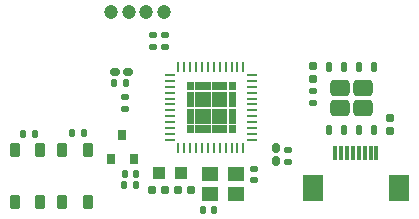
<source format=gbr>
%TF.GenerationSoftware,KiCad,Pcbnew,(7.0.0)*%
%TF.CreationDate,2023-04-19T19:20:55+08:00*%
%TF.ProjectId,Commander,436f6d6d-616e-4646-9572-2e6b69636164,rev?*%
%TF.SameCoordinates,Original*%
%TF.FileFunction,Paste,Top*%
%TF.FilePolarity,Positive*%
%FSLAX46Y46*%
G04 Gerber Fmt 4.6, Leading zero omitted, Abs format (unit mm)*
G04 Created by KiCad (PCBNEW (7.0.0)) date 2023-04-19 19:20:55*
%MOMM*%
%LPD*%
G01*
G04 APERTURE LIST*
G04 Aperture macros list*
%AMRoundRect*
0 Rectangle with rounded corners*
0 $1 Rounding radius*
0 $2 $3 $4 $5 $6 $7 $8 $9 X,Y pos of 4 corners*
0 Add a 4 corners polygon primitive as box body*
4,1,4,$2,$3,$4,$5,$6,$7,$8,$9,$2,$3,0*
0 Add four circle primitives for the rounded corners*
1,1,$1+$1,$2,$3*
1,1,$1+$1,$4,$5*
1,1,$1+$1,$6,$7*
1,1,$1+$1,$8,$9*
0 Add four rect primitives between the rounded corners*
20,1,$1+$1,$2,$3,$4,$5,0*
20,1,$1+$1,$4,$5,$6,$7,0*
20,1,$1+$1,$6,$7,$8,$9,0*
20,1,$1+$1,$8,$9,$2,$3,0*%
G04 Aperture macros list end*
%ADD10C,0.100000*%
%ADD11RoundRect,0.212500X0.212500X-0.387500X0.212500X0.387500X-0.212500X0.387500X-0.212500X-0.387500X0*%
%ADD12RoundRect,0.147500X-0.147500X-0.172500X0.147500X-0.172500X0.147500X0.172500X-0.147500X0.172500X0*%
%ADD13RoundRect,0.135000X-0.185000X0.135000X-0.185000X-0.135000X0.185000X-0.135000X0.185000X0.135000X0*%
%ADD14RoundRect,0.135000X0.185000X-0.135000X0.185000X0.135000X-0.185000X0.135000X-0.185000X-0.135000X0*%
%ADD15R,1.400000X1.200000*%
%ADD16RoundRect,0.135000X-0.135000X-0.185000X0.135000X-0.185000X0.135000X0.185000X-0.135000X0.185000X0*%
%ADD17R,0.800000X0.900000*%
%ADD18RoundRect,0.140000X-0.170000X0.140000X-0.170000X-0.140000X0.170000X-0.140000X0.170000X0.140000X0*%
%ADD19RoundRect,0.140000X0.170000X-0.140000X0.170000X0.140000X-0.170000X0.140000X-0.170000X-0.140000X0*%
%ADD20RoundRect,0.160000X0.222500X0.160000X-0.222500X0.160000X-0.222500X-0.160000X0.222500X-0.160000X0*%
%ADD21RoundRect,0.155000X-0.212500X-0.155000X0.212500X-0.155000X0.212500X0.155000X-0.212500X0.155000X0*%
%ADD22R,1.800000X2.200000*%
%ADD23R,0.300000X1.300000*%
%ADD24C,1.200000*%
%ADD25RoundRect,0.250000X0.555000X-0.435000X0.555000X0.435000X-0.555000X0.435000X-0.555000X-0.435000X0*%
%ADD26RoundRect,0.125000X0.125000X-0.262500X0.125000X0.262500X-0.125000X0.262500X-0.125000X-0.262500X0*%
%ADD27R,1.050000X1.100000*%
%ADD28R,0.254800X0.807999*%
%ADD29R,0.807999X0.254800*%
%ADD30RoundRect,0.155000X0.155000X-0.212500X0.155000X0.212500X-0.155000X0.212500X-0.155000X-0.212500X0*%
%ADD31RoundRect,0.155000X-0.155000X0.212500X-0.155000X-0.212500X0.155000X-0.212500X0.155000X0.212500X0*%
%ADD32RoundRect,0.140000X0.140000X0.170000X-0.140000X0.170000X-0.140000X-0.170000X0.140000X-0.170000X0*%
%ADD33RoundRect,0.155000X0.212500X0.155000X-0.212500X0.155000X-0.212500X-0.155000X0.212500X-0.155000X0*%
%ADD34RoundRect,0.140000X-0.140000X-0.170000X0.140000X-0.170000X0.140000X0.170000X-0.140000X0.170000X0*%
%ADD35RoundRect,0.160000X-0.160000X0.222500X-0.160000X-0.222500X0.160000X-0.222500X0.160000X0.222500X0*%
G04 APERTURE END LIST*
%TO.C,U1*%
G36*
X137777600Y-73396800D02*
G01*
X137255200Y-73396800D01*
X137255200Y-72874400D01*
X137777600Y-72874400D01*
X137777600Y-73396800D01*
G37*
D10*
X137777600Y-73396800D02*
X137255200Y-73396800D01*
X137255200Y-72874400D01*
X137777600Y-72874400D01*
X137777600Y-73396800D01*
G36*
X139200000Y-73396800D02*
G01*
X137977600Y-73396800D01*
X137977600Y-72874400D01*
X139200000Y-72874400D01*
X139200000Y-73396800D01*
G37*
X139200000Y-73396800D02*
X137977600Y-73396800D01*
X137977600Y-72874400D01*
X139200000Y-72874400D01*
X139200000Y-73396800D01*
G36*
X140622400Y-73396800D02*
G01*
X139400000Y-73396800D01*
X139400000Y-72874400D01*
X140622400Y-72874400D01*
X140622400Y-73396800D01*
G37*
X140622400Y-73396800D02*
X139400000Y-73396800D01*
X139400000Y-72874400D01*
X140622400Y-72874400D01*
X140622400Y-73396800D01*
G36*
X141344800Y-73396800D02*
G01*
X140822400Y-73396800D01*
X140822400Y-72874400D01*
X141344800Y-72874400D01*
X141344800Y-73396800D01*
G37*
X141344800Y-73396800D02*
X140822400Y-73396800D01*
X140822400Y-72874400D01*
X141344800Y-72874400D01*
X141344800Y-73396800D01*
G36*
X137777600Y-72674400D02*
G01*
X137255200Y-72674400D01*
X137255200Y-71452000D01*
X137777600Y-71452000D01*
X137777600Y-72674400D01*
G37*
X137777600Y-72674400D02*
X137255200Y-72674400D01*
X137255200Y-71452000D01*
X137777600Y-71452000D01*
X137777600Y-72674400D01*
G36*
X139200000Y-72674400D02*
G01*
X137977600Y-72674400D01*
X137977600Y-71452000D01*
X139200000Y-71452000D01*
X139200000Y-72674400D01*
G37*
X139200000Y-72674400D02*
X137977600Y-72674400D01*
X137977600Y-71452000D01*
X139200000Y-71452000D01*
X139200000Y-72674400D01*
G36*
X140622400Y-72674400D02*
G01*
X139400000Y-72674400D01*
X139400000Y-71452000D01*
X140622400Y-71452000D01*
X140622400Y-72674400D01*
G37*
X140622400Y-72674400D02*
X139400000Y-72674400D01*
X139400000Y-71452000D01*
X140622400Y-71452000D01*
X140622400Y-72674400D01*
G36*
X141344800Y-72674400D02*
G01*
X140822400Y-72674400D01*
X140822400Y-71452000D01*
X141344800Y-71452000D01*
X141344800Y-72674400D01*
G37*
X141344800Y-72674400D02*
X140822400Y-72674400D01*
X140822400Y-71452000D01*
X141344800Y-71452000D01*
X141344800Y-72674400D01*
G36*
X137777600Y-71252000D02*
G01*
X137255200Y-71252000D01*
X137255200Y-70029600D01*
X137777600Y-70029600D01*
X137777600Y-71252000D01*
G37*
X137777600Y-71252000D02*
X137255200Y-71252000D01*
X137255200Y-70029600D01*
X137777600Y-70029600D01*
X137777600Y-71252000D01*
G36*
X139200000Y-71252000D02*
G01*
X137977600Y-71252000D01*
X137977600Y-70029600D01*
X139200000Y-70029600D01*
X139200000Y-71252000D01*
G37*
X139200000Y-71252000D02*
X137977600Y-71252000D01*
X137977600Y-70029600D01*
X139200000Y-70029600D01*
X139200000Y-71252000D01*
G36*
X140622400Y-71252000D02*
G01*
X139400000Y-71252000D01*
X139400000Y-70029600D01*
X140622400Y-70029600D01*
X140622400Y-71252000D01*
G37*
X140622400Y-71252000D02*
X139400000Y-71252000D01*
X139400000Y-70029600D01*
X140622400Y-70029600D01*
X140622400Y-71252000D01*
G36*
X141344800Y-71252000D02*
G01*
X140822400Y-71252000D01*
X140822400Y-70029600D01*
X141344800Y-70029600D01*
X141344800Y-71252000D01*
G37*
X141344800Y-71252000D02*
X140822400Y-71252000D01*
X140822400Y-70029600D01*
X141344800Y-70029600D01*
X141344800Y-71252000D01*
G36*
X137777600Y-69829600D02*
G01*
X137255200Y-69829600D01*
X137255200Y-69207200D01*
X137777600Y-69207200D01*
X137777600Y-69829600D01*
G37*
X137777600Y-69829600D02*
X137255200Y-69829600D01*
X137255200Y-69207200D01*
X137777600Y-69207200D01*
X137777600Y-69829600D01*
G36*
X139200000Y-69829600D02*
G01*
X137977600Y-69829600D01*
X137977600Y-69207200D01*
X139200000Y-69207200D01*
X139200000Y-69829600D01*
G37*
X139200000Y-69829600D02*
X137977600Y-69829600D01*
X137977600Y-69207200D01*
X139200000Y-69207200D01*
X139200000Y-69829600D01*
G36*
X140622400Y-69829600D02*
G01*
X139400000Y-69829600D01*
X139400000Y-69207200D01*
X140622400Y-69207200D01*
X140622400Y-69829600D01*
G37*
X140622400Y-69829600D02*
X139400000Y-69829600D01*
X139400000Y-69207200D01*
X140622400Y-69207200D01*
X140622400Y-69829600D01*
G36*
X141344800Y-69829600D02*
G01*
X140822400Y-69829600D01*
X140822400Y-69207200D01*
X141344800Y-69207200D01*
X141344800Y-69829600D01*
G37*
X141344800Y-69829600D02*
X140822400Y-69829600D01*
X140822400Y-69207200D01*
X141344800Y-69207200D01*
X141344800Y-69829600D01*
%TD*%
D11*
%TO.C,SW2*%
X126720000Y-79340000D03*
X126720000Y-74940000D03*
X128870000Y-74940000D03*
X128870000Y-79340000D03*
%TD*%
D12*
%TO.C,D3*%
X127575000Y-73520000D03*
X128545000Y-73520000D03*
%TD*%
D13*
%TO.C,R10*%
X145825000Y-74990000D03*
X145825000Y-76010000D03*
%TD*%
D14*
%TO.C,R5*%
X134400000Y-66200000D03*
X134400000Y-65180000D03*
%TD*%
D15*
%TO.C,Y1*%
X141409999Y-76969999D03*
X139209999Y-76969999D03*
X139209999Y-78669999D03*
X141409999Y-78669999D03*
%TD*%
D16*
%TO.C,R13*%
X131080000Y-69310001D03*
X132100000Y-69310001D03*
%TD*%
D17*
%TO.C,D1*%
X130869999Y-75709999D03*
X132769999Y-75709999D03*
X131819999Y-73709999D03*
%TD*%
D18*
%TO.C,C13*%
X142960000Y-76570000D03*
X142960000Y-77530000D03*
%TD*%
D19*
%TO.C,C8*%
X147925000Y-70935000D03*
X147925000Y-69975000D03*
%TD*%
D20*
%TO.C,D7*%
X132302500Y-68310000D03*
X131157500Y-68310000D03*
%TD*%
D16*
%TO.C,R2*%
X131935000Y-77940000D03*
X132955000Y-77940000D03*
%TD*%
D12*
%TO.C,D2*%
X123412500Y-73560000D03*
X124382500Y-73560000D03*
%TD*%
D21*
%TO.C,C15*%
X136510000Y-78345000D03*
X137645000Y-78345000D03*
%TD*%
D22*
%TO.C,J3*%
X147919999Y-78189999D03*
X155219999Y-78189999D03*
D23*
X149819999Y-75239999D03*
X150319999Y-75239999D03*
X150819999Y-75239999D03*
X151319999Y-75239999D03*
X151819999Y-75239999D03*
X152319999Y-75239999D03*
X152819999Y-75239999D03*
X153319999Y-75239999D03*
%TD*%
D24*
%TO.C,J1*%
X130840000Y-63280000D03*
X132340000Y-63280000D03*
X133840000Y-63280000D03*
X135340000Y-63280000D03*
%TD*%
D25*
%TO.C,U3*%
X150200000Y-71425000D03*
X152200000Y-71425000D03*
X150200000Y-69725000D03*
X152200000Y-69725000D03*
D26*
X149295000Y-73237500D03*
X150565000Y-73237500D03*
X151835000Y-73237500D03*
X153105000Y-73237500D03*
X153105000Y-67912500D03*
X151835000Y-67912500D03*
X150565000Y-67912500D03*
X149295000Y-67912500D03*
%TD*%
D27*
%TO.C,Y2*%
X136759999Y-76919999D03*
X134909999Y-76919999D03*
%TD*%
D13*
%TO.C,R3*%
X131990000Y-70460000D03*
X131990000Y-71480000D03*
%TD*%
D28*
%TO.C,U1*%
X136549999Y-74803999D03*
X137049998Y-74803999D03*
X137550000Y-74803999D03*
X138049999Y-74803999D03*
X138549998Y-74803999D03*
X139049999Y-74803999D03*
X139549999Y-74803999D03*
X140050000Y-74803999D03*
X140549999Y-74803999D03*
X141049998Y-74803999D03*
X141550000Y-74803999D03*
X142049999Y-74803999D03*
D29*
X142751999Y-74101999D03*
X142751999Y-73602000D03*
X142751999Y-73101998D03*
X142751999Y-72601999D03*
X142751999Y-72102000D03*
X142751999Y-71601999D03*
X142751999Y-71101999D03*
X142751999Y-70601998D03*
X142751999Y-70101999D03*
X142751999Y-69602000D03*
X142751999Y-69101998D03*
X142751999Y-68601999D03*
D28*
X142049999Y-67899999D03*
X141550000Y-67899999D03*
X141049998Y-67899999D03*
X140549999Y-67899999D03*
X140050000Y-67899999D03*
X139549999Y-67899999D03*
X139049999Y-67899999D03*
X138549998Y-67899999D03*
X138049999Y-67899999D03*
X137550000Y-67899999D03*
X137049998Y-67899999D03*
X136549999Y-67899999D03*
D29*
X135847999Y-68601999D03*
X135847999Y-69101998D03*
X135847999Y-69602000D03*
X135847999Y-70101999D03*
X135847999Y-70601998D03*
X135847999Y-71101999D03*
X135847999Y-71601999D03*
X135847999Y-72102000D03*
X135847999Y-72601999D03*
X135847999Y-73101998D03*
X135847999Y-73602000D03*
X135847999Y-74101999D03*
%TD*%
D30*
%TO.C,C17*%
X154475000Y-73367500D03*
X154475000Y-72232500D03*
%TD*%
D31*
%TO.C,C16*%
X147925000Y-67815000D03*
X147925000Y-68950000D03*
%TD*%
D32*
%TO.C,C11*%
X132955000Y-76950000D03*
X131995000Y-76950000D03*
%TD*%
D11*
%TO.C,SW1*%
X122720000Y-79340000D03*
X122720000Y-74940000D03*
X124870000Y-74940000D03*
X124870000Y-79340000D03*
%TD*%
D14*
%TO.C,R4*%
X135400000Y-66200000D03*
X135400000Y-65180000D03*
%TD*%
D33*
%TO.C,C14*%
X135412500Y-78345000D03*
X134277500Y-78345000D03*
%TD*%
D34*
%TO.C,C12*%
X138630000Y-80045000D03*
X139590000Y-80045000D03*
%TD*%
D35*
%TO.C,D6*%
X144825000Y-74752500D03*
X144825000Y-75897500D03*
%TD*%
M02*

</source>
